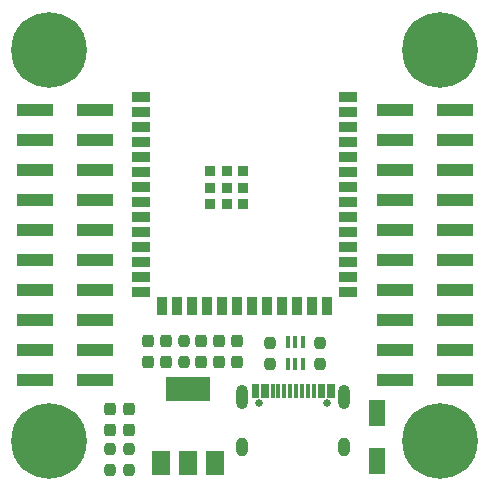
<source format=gbr>
%TF.GenerationSoftware,KiCad,Pcbnew,7.0.1*%
%TF.CreationDate,2023-09-07T21:54:10+09:00*%
%TF.ProjectId,CPU_ESP32S3WROOM,4350555f-4553-4503-9332-533357524f4f,rev?*%
%TF.SameCoordinates,Original*%
%TF.FileFunction,Soldermask,Top*%
%TF.FilePolarity,Negative*%
%FSLAX46Y46*%
G04 Gerber Fmt 4.6, Leading zero omitted, Abs format (unit mm)*
G04 Created by KiCad (PCBNEW 7.0.1) date 2023-09-07 21:54:10*
%MOMM*%
%LPD*%
G01*
G04 APERTURE LIST*
G04 Aperture macros list*
%AMRoundRect*
0 Rectangle with rounded corners*
0 $1 Rounding radius*
0 $2 $3 $4 $5 $6 $7 $8 $9 X,Y pos of 4 corners*
0 Add a 4 corners polygon primitive as box body*
4,1,4,$2,$3,$4,$5,$6,$7,$8,$9,$2,$3,0*
0 Add four circle primitives for the rounded corners*
1,1,$1+$1,$2,$3*
1,1,$1+$1,$4,$5*
1,1,$1+$1,$6,$7*
1,1,$1+$1,$8,$9*
0 Add four rect primitives between the rounded corners*
20,1,$1+$1,$2,$3,$4,$5,0*
20,1,$1+$1,$4,$5,$6,$7,0*
20,1,$1+$1,$6,$7,$8,$9,0*
20,1,$1+$1,$8,$9,$2,$3,0*%
G04 Aperture macros list end*
%ADD10RoundRect,0.237500X0.237500X-0.300000X0.237500X0.300000X-0.237500X0.300000X-0.237500X-0.300000X0*%
%ADD11RoundRect,0.237500X0.237500X-0.250000X0.237500X0.250000X-0.237500X0.250000X-0.237500X-0.250000X0*%
%ADD12C,0.650000*%
%ADD13R,0.300000X1.150000*%
%ADD14O,1.000000X2.100000*%
%ADD15O,1.000000X1.600000*%
%ADD16R,3.150000X1.000000*%
%ADD17R,0.400000X1.050000*%
%ADD18R,1.500000X2.000000*%
%ADD19R,3.800000X2.000000*%
%ADD20R,1.450000X2.200000*%
%ADD21C,0.800000*%
%ADD22C,6.400000*%
%ADD23RoundRect,0.237500X0.237500X-0.287500X0.237500X0.287500X-0.237500X0.287500X-0.237500X-0.287500X0*%
%ADD24RoundRect,0.237500X-0.237500X0.250000X-0.237500X-0.250000X0.237500X-0.250000X0.237500X0.250000X0*%
%ADD25R,1.500000X0.900000*%
%ADD26R,0.900000X1.500000*%
%ADD27R,0.900000X0.900000*%
G04 APERTURE END LIST*
D10*
%TO.C,C4*%
X136430000Y-107730000D03*
X136430000Y-106005000D03*
%TD*%
D11*
%TO.C,R2*%
X151040000Y-107960000D03*
X151040000Y-106135000D03*
%TD*%
D12*
%TO.C,J1*%
X145840000Y-111230000D03*
X151620000Y-111230000D03*
D13*
X145380000Y-110165000D03*
X146180000Y-110165000D03*
X147480000Y-110165000D03*
X148480000Y-110165000D03*
X148980000Y-110165000D03*
X149980000Y-110165000D03*
X151280000Y-110165000D03*
X152080000Y-110165000D03*
X151780000Y-110165000D03*
X150980000Y-110165000D03*
X150480000Y-110165000D03*
X149480000Y-110165000D03*
X147980000Y-110165000D03*
X146980000Y-110165000D03*
X146480000Y-110165000D03*
X145680000Y-110165000D03*
D14*
X144410000Y-110730000D03*
D15*
X144410000Y-114910000D03*
D14*
X153050000Y-110730000D03*
D15*
X153050000Y-114910000D03*
%TD*%
D16*
%TO.C,J5*%
X157360000Y-86420000D03*
X162410000Y-86420000D03*
X157360000Y-88960000D03*
X162410000Y-88960000D03*
X157360000Y-91500000D03*
X162410000Y-91500000D03*
X157360000Y-94040000D03*
X162410000Y-94040000D03*
X157360000Y-96580000D03*
X162410000Y-96580000D03*
X157360000Y-99120000D03*
X162410000Y-99120000D03*
X157360000Y-101660000D03*
X162410000Y-101660000D03*
X157360000Y-104200000D03*
X162410000Y-104200000D03*
X157360000Y-106740000D03*
X162410000Y-106740000D03*
X157360000Y-109280000D03*
X162410000Y-109280000D03*
%TD*%
D17*
%TO.C,IC2*%
X149550000Y-106020000D03*
X148900000Y-106020000D03*
X148250000Y-106020000D03*
X148250000Y-107920000D03*
X148900000Y-107920000D03*
X149550000Y-107920000D03*
%TD*%
D18*
%TO.C,U1*%
X137510000Y-116340000D03*
X139810000Y-116340000D03*
D19*
X139810000Y-110040000D03*
D18*
X142110000Y-116340000D03*
%TD*%
D20*
%TO.C,D1*%
X155800000Y-116170000D03*
X155800000Y-112070000D03*
%TD*%
D21*
%TO.C,H2*%
X158795000Y-114400000D03*
X159497944Y-112702944D03*
X159497944Y-116097056D03*
X161195000Y-112000000D03*
D22*
X161195000Y-114400000D03*
D21*
X161195000Y-116800000D03*
X162892056Y-112702944D03*
X162892056Y-116097056D03*
X163595000Y-114400000D03*
%TD*%
D10*
%TO.C,C3*%
X142470000Y-107725000D03*
X142470000Y-106000000D03*
%TD*%
D21*
%TO.C,H4*%
X125695000Y-114400000D03*
X126397944Y-112702944D03*
X126397944Y-116097056D03*
X128095000Y-112000000D03*
D22*
X128095000Y-114400000D03*
D21*
X128095000Y-116800000D03*
X129792056Y-112702944D03*
X129792056Y-116097056D03*
X130495000Y-114400000D03*
%TD*%
%TO.C,H3*%
X125695000Y-81300000D03*
X126397944Y-79602944D03*
X126397944Y-82997056D03*
X128095000Y-78900000D03*
D22*
X128095000Y-81300000D03*
D21*
X128095000Y-83700000D03*
X129792056Y-79602944D03*
X129792056Y-82997056D03*
X130495000Y-81300000D03*
%TD*%
D23*
%TO.C,D3*%
X134850000Y-113500000D03*
X134850000Y-111750000D03*
%TD*%
D24*
%TO.C,R4*%
X133230000Y-115110000D03*
X133230000Y-116935000D03*
%TD*%
%TO.C,R5*%
X134850000Y-115105000D03*
X134850000Y-116930000D03*
%TD*%
D10*
%TO.C,C2*%
X140960000Y-107730000D03*
X140960000Y-106005000D03*
%TD*%
D21*
%TO.C,H1*%
X158795000Y-81300000D03*
X159497944Y-79602944D03*
X159497944Y-82997056D03*
X161195000Y-78900000D03*
D22*
X161195000Y-81300000D03*
D21*
X161195000Y-83700000D03*
X162892056Y-79602944D03*
X162892056Y-82997056D03*
X163595000Y-81300000D03*
%TD*%
D10*
%TO.C,C5*%
X143980000Y-107730000D03*
X143980000Y-106005000D03*
%TD*%
D11*
%TO.C,R3*%
X146760000Y-107960000D03*
X146760000Y-106135000D03*
%TD*%
D23*
%TO.C,D2*%
X133230000Y-113502500D03*
X133230000Y-111752500D03*
%TD*%
D16*
%TO.C,J3*%
X126880000Y-86420000D03*
X131930000Y-86420000D03*
X126880000Y-88960000D03*
X131930000Y-88960000D03*
X126880000Y-91500000D03*
X131930000Y-91500000D03*
X126880000Y-94040000D03*
X131930000Y-94040000D03*
X126880000Y-96580000D03*
X131930000Y-96580000D03*
X126880000Y-99120000D03*
X131930000Y-99120000D03*
X126880000Y-101660000D03*
X131930000Y-101660000D03*
X126880000Y-104200000D03*
X131930000Y-104200000D03*
X126880000Y-106740000D03*
X131930000Y-106740000D03*
X126880000Y-109280000D03*
X131930000Y-109280000D03*
%TD*%
D25*
%TO.C,IC1*%
X135870000Y-85280000D03*
X135870000Y-86550000D03*
X135870000Y-87820000D03*
X135870000Y-89090000D03*
X135870000Y-90360000D03*
X135870000Y-91630000D03*
X135870000Y-92900000D03*
X135870000Y-94170000D03*
X135870000Y-95440000D03*
X135870000Y-96710000D03*
X135870000Y-97980000D03*
X135870000Y-99250000D03*
X135870000Y-100520000D03*
X135870000Y-101790000D03*
D26*
X137635000Y-103040000D03*
X138905000Y-103040000D03*
X140175000Y-103040000D03*
X141445000Y-103040000D03*
X142715000Y-103040000D03*
X143985000Y-103040000D03*
X145255000Y-103040000D03*
X146525000Y-103040000D03*
X147795000Y-103040000D03*
X149065000Y-103040000D03*
X150335000Y-103040000D03*
X151605000Y-103040000D03*
D25*
X153370000Y-101790000D03*
X153370000Y-100520000D03*
X153370000Y-99250000D03*
X153370000Y-97980000D03*
X153370000Y-96710000D03*
X153370000Y-95440000D03*
X153370000Y-94170000D03*
X153370000Y-92900000D03*
X153370000Y-91630000D03*
X153370000Y-90360000D03*
X153370000Y-89090000D03*
X153370000Y-87820000D03*
X153370000Y-86550000D03*
X153370000Y-85280000D03*
D27*
X143120000Y-93000000D03*
X143120000Y-91600000D03*
X141720000Y-91600000D03*
X141720000Y-93000000D03*
X141720000Y-94400000D03*
X143120000Y-94400000D03*
X144520000Y-94400000D03*
X144520000Y-93000000D03*
X144520000Y-91600000D03*
%TD*%
D10*
%TO.C,C1*%
X137940000Y-107740000D03*
X137940000Y-106015000D03*
%TD*%
D11*
%TO.C,R1*%
X139450000Y-107780000D03*
X139450000Y-105955000D03*
%TD*%
M02*

</source>
